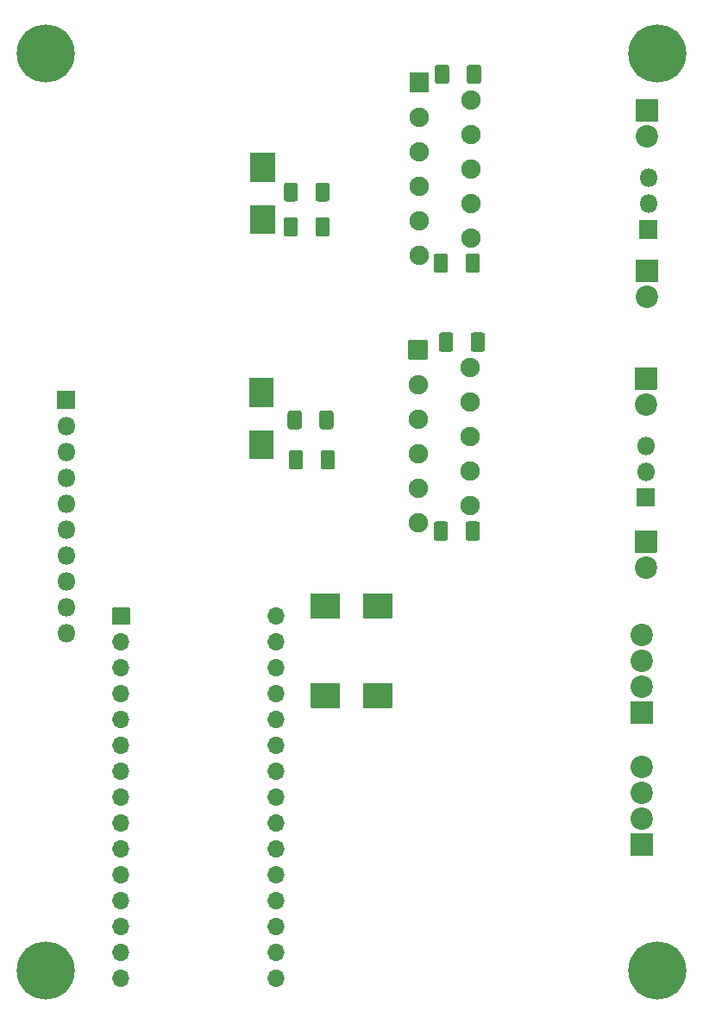
<source format=gbr>
%TF.GenerationSoftware,KiCad,Pcbnew,5.1.10-1.fc34*%
%TF.CreationDate,2021-06-08T11:51:25-04:00*%
%TF.ProjectId,BREAD_Slice,42524541-445f-4536-9c69-63652e6b6963,rev?*%
%TF.SameCoordinates,Original*%
%TF.FileFunction,Soldermask,Bot*%
%TF.FilePolarity,Negative*%
%FSLAX46Y46*%
G04 Gerber Fmt 4.6, Leading zero omitted, Abs format (unit mm)*
G04 Created by KiCad (PCBNEW 5.1.10-1.fc34) date 2021-06-08 11:51:25*
%MOMM*%
%LPD*%
G01*
G04 APERTURE LIST*
%ADD10O,1.900000X1.900000*%
%ADD11O,1.700000X1.700000*%
%ADD12C,2.200000*%
%ADD13O,1.800000X1.800000*%
%ADD14C,5.700000*%
G04 APERTURE END LIST*
%TO.C,C10*%
G36*
G01*
X152865000Y-84000866D02*
X152865000Y-85363134D01*
G75*
G02*
X152596134Y-85632000I-268866J0D01*
G01*
X151708866Y-85632000D01*
G75*
G02*
X151440000Y-85363134I0J268866D01*
G01*
X151440000Y-84000866D01*
G75*
G02*
X151708866Y-83732000I268866J0D01*
G01*
X152596134Y-83732000D01*
G75*
G02*
X152865000Y-84000866I0J-268866D01*
G01*
G37*
G36*
G01*
X155990000Y-84000866D02*
X155990000Y-85363134D01*
G75*
G02*
X155721134Y-85632000I-268866J0D01*
G01*
X154833866Y-85632000D01*
G75*
G02*
X154565000Y-85363134I0J268866D01*
G01*
X154565000Y-84000866D01*
G75*
G02*
X154833866Y-83732000I268866J0D01*
G01*
X155721134Y-83732000D01*
G75*
G02*
X155990000Y-84000866I0J-268866D01*
G01*
G37*
%TD*%
%TO.C,C9*%
G36*
G01*
X152357000Y-61140866D02*
X152357000Y-62503134D01*
G75*
G02*
X152088134Y-62772000I-268866J0D01*
G01*
X151200866Y-62772000D01*
G75*
G02*
X150932000Y-62503134I0J268866D01*
G01*
X150932000Y-61140866D01*
G75*
G02*
X151200866Y-60872000I268866J0D01*
G01*
X152088134Y-60872000D01*
G75*
G02*
X152357000Y-61140866I0J-268866D01*
G01*
G37*
G36*
G01*
X155482000Y-61140866D02*
X155482000Y-62503134D01*
G75*
G02*
X155213134Y-62772000I-268866J0D01*
G01*
X154325866Y-62772000D01*
G75*
G02*
X154057000Y-62503134I0J268866D01*
G01*
X154057000Y-61140866D01*
G75*
G02*
X154325866Y-60872000I268866J0D01*
G01*
X155213134Y-60872000D01*
G75*
G02*
X155482000Y-61140866I0J-268866D01*
G01*
G37*
%TD*%
D10*
%TO.C,U2*%
X164256000Y-64636000D03*
X169336000Y-62936000D03*
X164256000Y-61236000D03*
X169336000Y-59536000D03*
X164256000Y-57836000D03*
X169336000Y-56136000D03*
X164256000Y-54436000D03*
X169336000Y-52736000D03*
X164256000Y-51036000D03*
X169336000Y-49336000D03*
G36*
G01*
X163356000Y-46686000D02*
X165156000Y-46686000D01*
G75*
G02*
X165206000Y-46736000I0J-50000D01*
G01*
X165206000Y-48536000D01*
G75*
G02*
X165156000Y-48586000I-50000J0D01*
G01*
X163356000Y-48586000D01*
G75*
G02*
X163306000Y-48536000I0J50000D01*
G01*
X163306000Y-46736000D01*
G75*
G02*
X163356000Y-46686000I50000J0D01*
G01*
G37*
%TD*%
D11*
%TO.C,A1*%
X150240000Y-135560000D03*
X135000000Y-135560000D03*
X150240000Y-100000000D03*
X135000000Y-133020000D03*
X150240000Y-102540000D03*
X135000000Y-130480000D03*
X150240000Y-105080000D03*
X135000000Y-127940000D03*
X150240000Y-107620000D03*
X135000000Y-125400000D03*
X150240000Y-110160000D03*
X135000000Y-122860000D03*
X150240000Y-112700000D03*
X135000000Y-120320000D03*
X150240000Y-115240000D03*
X135000000Y-117780000D03*
X150240000Y-117780000D03*
X135000000Y-115240000D03*
X150240000Y-120320000D03*
X135000000Y-112700000D03*
X150240000Y-122860000D03*
X135000000Y-110160000D03*
X150240000Y-125400000D03*
X135000000Y-107620000D03*
X150240000Y-127940000D03*
X135000000Y-105080000D03*
X150240000Y-130480000D03*
X135000000Y-102540000D03*
X150240000Y-133020000D03*
G36*
G01*
X134150000Y-100800000D02*
X134150000Y-99200000D01*
G75*
G02*
X134200000Y-99150000I50000J0D01*
G01*
X135800000Y-99150000D01*
G75*
G02*
X135850000Y-99200000I0J-50000D01*
G01*
X135850000Y-100800000D01*
G75*
G02*
X135800000Y-100850000I-50000J0D01*
G01*
X134200000Y-100850000D01*
G75*
G02*
X134150000Y-100800000I0J50000D01*
G01*
G37*
%TD*%
D10*
%TO.C,U1*%
X164129000Y-90887000D03*
X169209000Y-89187000D03*
X164129000Y-87487000D03*
X169209000Y-85787000D03*
X164129000Y-84087000D03*
X169209000Y-82387000D03*
X164129000Y-80687000D03*
X169209000Y-78987000D03*
X164129000Y-77287000D03*
X169209000Y-75587000D03*
G36*
G01*
X163229000Y-72937000D02*
X165029000Y-72937000D01*
G75*
G02*
X165079000Y-72987000I0J-50000D01*
G01*
X165079000Y-74787000D01*
G75*
G02*
X165029000Y-74837000I-50000J0D01*
G01*
X163229000Y-74837000D01*
G75*
G02*
X163179000Y-74787000I0J50000D01*
G01*
X163179000Y-72987000D01*
G75*
G02*
X163229000Y-72937000I50000J0D01*
G01*
G37*
%TD*%
%TO.C,R4*%
G36*
G01*
X152357000Y-57737230D02*
X152357000Y-59048770D01*
G75*
G02*
X152087770Y-59318000I-269230J0D01*
G01*
X151226230Y-59318000D01*
G75*
G02*
X150957000Y-59048770I0J269230D01*
G01*
X150957000Y-57737230D01*
G75*
G02*
X151226230Y-57468000I269230J0D01*
G01*
X152087770Y-57468000D01*
G75*
G02*
X152357000Y-57737230I0J-269230D01*
G01*
G37*
G36*
G01*
X155457000Y-57737230D02*
X155457000Y-59048770D01*
G75*
G02*
X155187770Y-59318000I-269230J0D01*
G01*
X154326230Y-59318000D01*
G75*
G02*
X154057000Y-59048770I0J269230D01*
G01*
X154057000Y-57737230D01*
G75*
G02*
X154326230Y-57468000I269230J0D01*
G01*
X155187770Y-57468000D01*
G75*
G02*
X155457000Y-57737230I0J-269230D01*
G01*
G37*
%TD*%
%TO.C,R3*%
G36*
G01*
X152738000Y-80089230D02*
X152738000Y-81400770D01*
G75*
G02*
X152468770Y-81670000I-269230J0D01*
G01*
X151607230Y-81670000D01*
G75*
G02*
X151338000Y-81400770I0J269230D01*
G01*
X151338000Y-80089230D01*
G75*
G02*
X151607230Y-79820000I269230J0D01*
G01*
X152468770Y-79820000D01*
G75*
G02*
X152738000Y-80089230I0J-269230D01*
G01*
G37*
G36*
G01*
X155838000Y-80089230D02*
X155838000Y-81400770D01*
G75*
G02*
X155568770Y-81670000I-269230J0D01*
G01*
X154707230Y-81670000D01*
G75*
G02*
X154438000Y-81400770I0J269230D01*
G01*
X154438000Y-80089230D01*
G75*
G02*
X154707230Y-79820000I269230J0D01*
G01*
X155568770Y-79820000D01*
G75*
G02*
X155838000Y-80089230I0J-269230D01*
G01*
G37*
%TD*%
D12*
%TO.C,J9*%
X186608000Y-68680000D03*
G36*
G01*
X185558000Y-65040000D02*
X187658000Y-65040000D01*
G75*
G02*
X187708000Y-65090000I0J-50000D01*
G01*
X187708000Y-67190000D01*
G75*
G02*
X187658000Y-67240000I-50000J0D01*
G01*
X185558000Y-67240000D01*
G75*
G02*
X185508000Y-67190000I0J50000D01*
G01*
X185508000Y-65090000D01*
G75*
G02*
X185558000Y-65040000I50000J0D01*
G01*
G37*
%TD*%
%TO.C,J8*%
X186481000Y-95223000D03*
G36*
G01*
X185431000Y-91583000D02*
X187531000Y-91583000D01*
G75*
G02*
X187581000Y-91633000I0J-50000D01*
G01*
X187581000Y-93733000D01*
G75*
G02*
X187531000Y-93783000I-50000J0D01*
G01*
X185431000Y-93783000D01*
G75*
G02*
X185381000Y-93733000I0J50000D01*
G01*
X185381000Y-91633000D01*
G75*
G02*
X185431000Y-91583000I50000J0D01*
G01*
G37*
%TD*%
%TO.C,J7*%
X186608000Y-52932000D03*
G36*
G01*
X185558000Y-49292000D02*
X187658000Y-49292000D01*
G75*
G02*
X187708000Y-49342000I0J-50000D01*
G01*
X187708000Y-51442000D01*
G75*
G02*
X187658000Y-51492000I-50000J0D01*
G01*
X185558000Y-51492000D01*
G75*
G02*
X185508000Y-51442000I0J50000D01*
G01*
X185508000Y-49342000D01*
G75*
G02*
X185558000Y-49292000I50000J0D01*
G01*
G37*
%TD*%
%TO.C,J6*%
X186481000Y-79221000D03*
G36*
G01*
X185431000Y-75581000D02*
X187531000Y-75581000D01*
G75*
G02*
X187581000Y-75631000I0J-50000D01*
G01*
X187581000Y-77731000D01*
G75*
G02*
X187531000Y-77781000I-50000J0D01*
G01*
X185431000Y-77781000D01*
G75*
G02*
X185381000Y-77731000I0J50000D01*
G01*
X185381000Y-75631000D01*
G75*
G02*
X185431000Y-75581000I50000J0D01*
G01*
G37*
%TD*%
D13*
%TO.C,J5*%
X186735000Y-56996000D03*
X186735000Y-59536000D03*
G36*
G01*
X187635000Y-61226000D02*
X187635000Y-62926000D01*
G75*
G02*
X187585000Y-62976000I-50000J0D01*
G01*
X185885000Y-62976000D01*
G75*
G02*
X185835000Y-62926000I0J50000D01*
G01*
X185835000Y-61226000D01*
G75*
G02*
X185885000Y-61176000I50000J0D01*
G01*
X187585000Y-61176000D01*
G75*
G02*
X187635000Y-61226000I0J-50000D01*
G01*
G37*
%TD*%
%TO.C,J4*%
X186481000Y-83285000D03*
X186481000Y-85825000D03*
G36*
G01*
X187381000Y-87515000D02*
X187381000Y-89215000D01*
G75*
G02*
X187331000Y-89265000I-50000J0D01*
G01*
X185631000Y-89265000D01*
G75*
G02*
X185581000Y-89215000I0J50000D01*
G01*
X185581000Y-87515000D01*
G75*
G02*
X185631000Y-87465000I50000J0D01*
G01*
X187331000Y-87465000D01*
G75*
G02*
X187381000Y-87515000I0J-50000D01*
G01*
G37*
%TD*%
D12*
%TO.C,J3*%
X186100000Y-101827000D03*
X186100000Y-104367000D03*
X186100000Y-106907000D03*
G36*
G01*
X187150000Y-110547000D02*
X185050000Y-110547000D01*
G75*
G02*
X185000000Y-110497000I0J50000D01*
G01*
X185000000Y-108397000D01*
G75*
G02*
X185050000Y-108347000I50000J0D01*
G01*
X187150000Y-108347000D01*
G75*
G02*
X187200000Y-108397000I0J-50000D01*
G01*
X187200000Y-110497000D01*
G75*
G02*
X187150000Y-110547000I-50000J0D01*
G01*
G37*
%TD*%
%TO.C,J2*%
X186100000Y-114781000D03*
X186100000Y-117321000D03*
X186100000Y-119861000D03*
G36*
G01*
X187150000Y-123501000D02*
X185050000Y-123501000D01*
G75*
G02*
X185000000Y-123451000I0J50000D01*
G01*
X185000000Y-121351000D01*
G75*
G02*
X185050000Y-121301000I50000J0D01*
G01*
X187150000Y-121301000D01*
G75*
G02*
X187200000Y-121351000I0J-50000D01*
G01*
X187200000Y-123451000D01*
G75*
G02*
X187150000Y-123501000I-50000J0D01*
G01*
G37*
%TD*%
%TO.C,C8*%
G36*
G01*
X168789000Y-66059134D02*
X168789000Y-64696866D01*
G75*
G02*
X169057866Y-64428000I268866J0D01*
G01*
X169945134Y-64428000D01*
G75*
G02*
X170214000Y-64696866I0J-268866D01*
G01*
X170214000Y-66059134D01*
G75*
G02*
X169945134Y-66328000I-268866J0D01*
G01*
X169057866Y-66328000D01*
G75*
G02*
X168789000Y-66059134I0J268866D01*
G01*
G37*
G36*
G01*
X165664000Y-66059134D02*
X165664000Y-64696866D01*
G75*
G02*
X165932866Y-64428000I268866J0D01*
G01*
X166820134Y-64428000D01*
G75*
G02*
X167089000Y-64696866I0J-268866D01*
G01*
X167089000Y-66059134D01*
G75*
G02*
X166820134Y-66328000I-268866J0D01*
G01*
X165932866Y-66328000D01*
G75*
G02*
X165664000Y-66059134I0J268866D01*
G01*
G37*
%TD*%
%TO.C,C7*%
G36*
G01*
X167216000Y-46154866D02*
X167216000Y-47517134D01*
G75*
G02*
X166947134Y-47786000I-268866J0D01*
G01*
X166059866Y-47786000D01*
G75*
G02*
X165791000Y-47517134I0J268866D01*
G01*
X165791000Y-46154866D01*
G75*
G02*
X166059866Y-45886000I268866J0D01*
G01*
X166947134Y-45886000D01*
G75*
G02*
X167216000Y-46154866I0J-268866D01*
G01*
G37*
G36*
G01*
X170341000Y-46154866D02*
X170341000Y-47517134D01*
G75*
G02*
X170072134Y-47786000I-268866J0D01*
G01*
X169184866Y-47786000D01*
G75*
G02*
X168916000Y-47517134I0J268866D01*
G01*
X168916000Y-46154866D01*
G75*
G02*
X169184866Y-45886000I268866J0D01*
G01*
X170072134Y-45886000D01*
G75*
G02*
X170341000Y-46154866I0J-268866D01*
G01*
G37*
%TD*%
%TO.C,C6*%
G36*
G01*
X168789000Y-92348134D02*
X168789000Y-90985866D01*
G75*
G02*
X169057866Y-90717000I268866J0D01*
G01*
X169945134Y-90717000D01*
G75*
G02*
X170214000Y-90985866I0J-268866D01*
G01*
X170214000Y-92348134D01*
G75*
G02*
X169945134Y-92617000I-268866J0D01*
G01*
X169057866Y-92617000D01*
G75*
G02*
X168789000Y-92348134I0J268866D01*
G01*
G37*
G36*
G01*
X165664000Y-92348134D02*
X165664000Y-90985866D01*
G75*
G02*
X165932866Y-90717000I268866J0D01*
G01*
X166820134Y-90717000D01*
G75*
G02*
X167089000Y-90985866I0J-268866D01*
G01*
X167089000Y-92348134D01*
G75*
G02*
X166820134Y-92617000I-268866J0D01*
G01*
X165932866Y-92617000D01*
G75*
G02*
X165664000Y-92348134I0J268866D01*
G01*
G37*
%TD*%
%TO.C,C5*%
G36*
G01*
X167597000Y-72443866D02*
X167597000Y-73806134D01*
G75*
G02*
X167328134Y-74075000I-268866J0D01*
G01*
X166440866Y-74075000D01*
G75*
G02*
X166172000Y-73806134I0J268866D01*
G01*
X166172000Y-72443866D01*
G75*
G02*
X166440866Y-72175000I268866J0D01*
G01*
X167328134Y-72175000D01*
G75*
G02*
X167597000Y-72443866I0J-268866D01*
G01*
G37*
G36*
G01*
X170722000Y-72443866D02*
X170722000Y-73806134D01*
G75*
G02*
X170453134Y-74075000I-268866J0D01*
G01*
X169565866Y-74075000D01*
G75*
G02*
X169297000Y-73806134I0J268866D01*
G01*
X169297000Y-72443866D01*
G75*
G02*
X169565866Y-72175000I268866J0D01*
G01*
X170453134Y-72175000D01*
G75*
G02*
X170722000Y-72443866I0J-268866D01*
G01*
G37*
%TD*%
%TO.C,C4*%
G36*
G01*
X147713999Y-59655000D02*
X150064001Y-59655000D01*
G75*
G02*
X150114000Y-59704999I0J-49999D01*
G01*
X150114000Y-62475001D01*
G75*
G02*
X150064001Y-62525000I-49999J0D01*
G01*
X147713999Y-62525000D01*
G75*
G02*
X147664000Y-62475001I0J49999D01*
G01*
X147664000Y-59704999D01*
G75*
G02*
X147713999Y-59655000I49999J0D01*
G01*
G37*
G36*
G01*
X147713999Y-54515000D02*
X150064001Y-54515000D01*
G75*
G02*
X150114000Y-54564999I0J-49999D01*
G01*
X150114000Y-57335001D01*
G75*
G02*
X150064001Y-57385000I-49999J0D01*
G01*
X147713999Y-57385000D01*
G75*
G02*
X147664000Y-57335001I0J49999D01*
G01*
X147664000Y-54564999D01*
G75*
G02*
X147713999Y-54515000I49999J0D01*
G01*
G37*
%TD*%
%TO.C,C3*%
G36*
G01*
X147586999Y-81753000D02*
X149937001Y-81753000D01*
G75*
G02*
X149987000Y-81802999I0J-49999D01*
G01*
X149987000Y-84573001D01*
G75*
G02*
X149937001Y-84623000I-49999J0D01*
G01*
X147586999Y-84623000D01*
G75*
G02*
X147537000Y-84573001I0J49999D01*
G01*
X147537000Y-81802999D01*
G75*
G02*
X147586999Y-81753000I49999J0D01*
G01*
G37*
G36*
G01*
X147586999Y-76613000D02*
X149937001Y-76613000D01*
G75*
G02*
X149987000Y-76662999I0J-49999D01*
G01*
X149987000Y-79433001D01*
G75*
G02*
X149937001Y-79483000I-49999J0D01*
G01*
X147586999Y-79483000D01*
G75*
G02*
X147537000Y-79433001I0J49999D01*
G01*
X147537000Y-76662999D01*
G75*
G02*
X147586999Y-76613000I49999J0D01*
G01*
G37*
%TD*%
D14*
%TO.C,H4*%
X187600000Y-134800000D03*
%TD*%
%TO.C,H3*%
X127600000Y-134800000D03*
%TD*%
%TO.C,H2*%
X187600000Y-44800000D03*
%TD*%
%TO.C,H1*%
X127600000Y-44800000D03*
%TD*%
%TO.C,C1*%
G36*
G01*
X158735000Y-100175001D02*
X158735000Y-97824999D01*
G75*
G02*
X158784999Y-97775000I49999J0D01*
G01*
X161555001Y-97775000D01*
G75*
G02*
X161605000Y-97824999I0J-49999D01*
G01*
X161605000Y-100175001D01*
G75*
G02*
X161555001Y-100225000I-49999J0D01*
G01*
X158784999Y-100225000D01*
G75*
G02*
X158735000Y-100175001I0J49999D01*
G01*
G37*
G36*
G01*
X153595000Y-100175001D02*
X153595000Y-97824999D01*
G75*
G02*
X153644999Y-97775000I49999J0D01*
G01*
X156415001Y-97775000D01*
G75*
G02*
X156465000Y-97824999I0J-49999D01*
G01*
X156465000Y-100175001D01*
G75*
G02*
X156415001Y-100225000I-49999J0D01*
G01*
X153644999Y-100225000D01*
G75*
G02*
X153595000Y-100175001I0J49999D01*
G01*
G37*
%TD*%
%TO.C,A1*%
G36*
G01*
X134150000Y-100800000D02*
X134150000Y-99200000D01*
G75*
G02*
X134200000Y-99150000I50000J0D01*
G01*
X135800000Y-99150000D01*
G75*
G02*
X135850000Y-99200000I0J-50000D01*
G01*
X135850000Y-100800000D01*
G75*
G02*
X135800000Y-100850000I-50000J0D01*
G01*
X134200000Y-100850000D01*
G75*
G02*
X134150000Y-100800000I0J50000D01*
G01*
G37*
D11*
X150240000Y-133020000D03*
X135000000Y-102540000D03*
X150240000Y-130480000D03*
X135000000Y-105080000D03*
X150240000Y-127940000D03*
X135000000Y-107620000D03*
X150240000Y-125400000D03*
X135000000Y-110160000D03*
X150240000Y-122860000D03*
X135000000Y-112700000D03*
X150240000Y-120320000D03*
X135000000Y-115240000D03*
X150240000Y-117780000D03*
X135000000Y-117780000D03*
X150240000Y-115240000D03*
X135000000Y-120320000D03*
X150240000Y-112700000D03*
X135000000Y-122860000D03*
X150240000Y-110160000D03*
X135000000Y-125400000D03*
X150240000Y-107620000D03*
X135000000Y-127940000D03*
X150240000Y-105080000D03*
X135000000Y-130480000D03*
X150240000Y-102540000D03*
X135000000Y-133020000D03*
X150240000Y-100000000D03*
X135000000Y-135560000D03*
X150240000Y-135560000D03*
%TD*%
%TO.C,C2*%
G36*
G01*
X153595000Y-108975001D02*
X153595000Y-106624999D01*
G75*
G02*
X153644999Y-106575000I49999J0D01*
G01*
X156415001Y-106575000D01*
G75*
G02*
X156465000Y-106624999I0J-49999D01*
G01*
X156465000Y-108975001D01*
G75*
G02*
X156415001Y-109025000I-49999J0D01*
G01*
X153644999Y-109025000D01*
G75*
G02*
X153595000Y-108975001I0J49999D01*
G01*
G37*
G36*
G01*
X158735000Y-108975001D02*
X158735000Y-106624999D01*
G75*
G02*
X158784999Y-106575000I49999J0D01*
G01*
X161555001Y-106575000D01*
G75*
G02*
X161605000Y-106624999I0J-49999D01*
G01*
X161605000Y-108975001D01*
G75*
G02*
X161555001Y-109025000I-49999J0D01*
G01*
X158784999Y-109025000D01*
G75*
G02*
X158735000Y-108975001I0J49999D01*
G01*
G37*
%TD*%
%TO.C,J1*%
G36*
G01*
X128700000Y-79650000D02*
X128700000Y-77950000D01*
G75*
G02*
X128750000Y-77900000I50000J0D01*
G01*
X130450000Y-77900000D01*
G75*
G02*
X130500000Y-77950000I0J-50000D01*
G01*
X130500000Y-79650000D01*
G75*
G02*
X130450000Y-79700000I-50000J0D01*
G01*
X128750000Y-79700000D01*
G75*
G02*
X128700000Y-79650000I0J50000D01*
G01*
G37*
D13*
X129600000Y-81340000D03*
X129600000Y-83880000D03*
X129600000Y-86420000D03*
X129600000Y-88960000D03*
X129600000Y-91500000D03*
X129600000Y-94040000D03*
X129600000Y-96580000D03*
X129600000Y-99120000D03*
X129600000Y-101660000D03*
%TD*%
M02*

</source>
